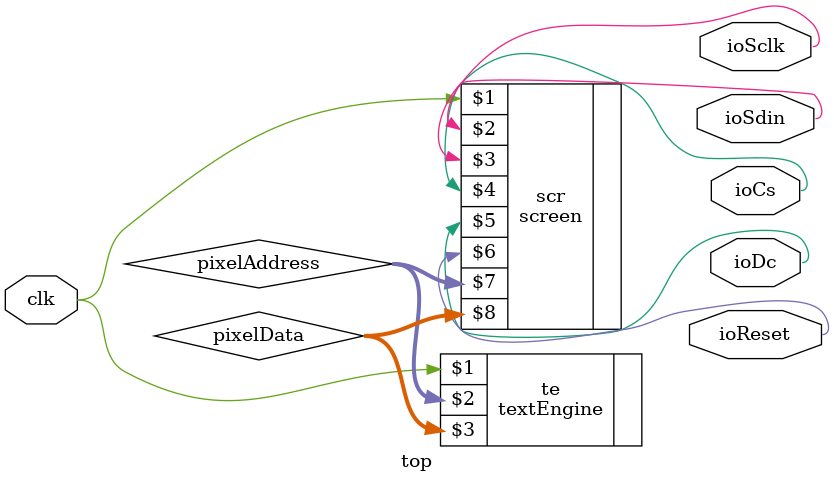
<source format=v>
`default_nettype none

module top
#(
  parameter STARTUP_WAIT = 32'd10000000
)
(
    input clk,
    output ioSclk,
    output ioSdin,
    output ioCs,
    output ioDc,
    output ioReset
);
    wire [9:0] pixelAddress;
    wire [7:0] pixelData;

    screen #(STARTUP_WAIT) scr(
        clk, 
        ioSclk, 
        ioSdin, 
        ioCs, 
        ioDc, 
        ioReset, 
        pixelAddress,
        pixelData
    );

    textEngine te(
        clk,
        pixelAddress,
        pixelData
    );
endmodule
</source>
